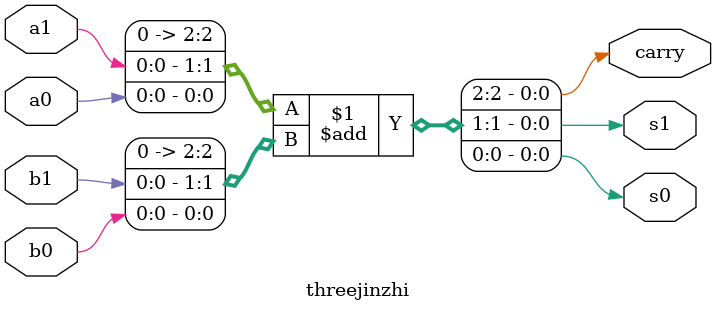
<source format=v>
`timescale 1ns / 1ps
module threejinzhi(
    input a0,
    input a1,
    input b0,
    input b1,
    output carry,
    output s0,
    output s1
    );
	 assign {carry,s1,s0}={a1,a0}+{b1,b0};

endmodule

</source>
